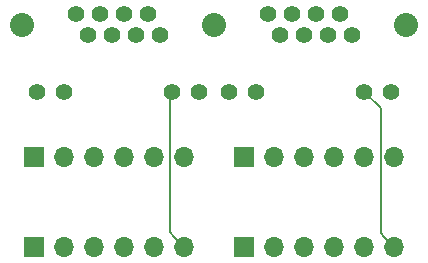
<source format=gbr>
G04 #@! TF.FileFunction,Copper,L2,Bot,Signal*
%FSLAX46Y46*%
G04 Gerber Fmt 4.6, Leading zero omitted, Abs format (unit mm)*
G04 Created by KiCad (PCBNEW 4.0.6) date 12/15/17 17:43:23*
%MOMM*%
%LPD*%
G01*
G04 APERTURE LIST*
%ADD10C,0.101600*%
%ADD11C,1.397000*%
%ADD12C,2.032000*%
%ADD13R,1.700000X1.700000*%
%ADD14O,1.700000X1.700000*%
%ADD15C,0.203200*%
G04 APERTURE END LIST*
D10*
D11*
X127386619Y-94637983D03*
X129672619Y-94637983D03*
X138816619Y-94637983D03*
X141102619Y-94637983D03*
X137800619Y-89811983D03*
X135768619Y-89811983D03*
X133736619Y-89811983D03*
X131704619Y-89811983D03*
X134752619Y-88033983D03*
X132720619Y-88033983D03*
X136784619Y-88033983D03*
X130688619Y-88033983D03*
D12*
X126116619Y-88922983D03*
X142372619Y-88922983D03*
D11*
X143642619Y-94625283D03*
X145928619Y-94625283D03*
X155072619Y-94625283D03*
X157358619Y-94625283D03*
X154056619Y-89799283D03*
X152024619Y-89799283D03*
X149992619Y-89799283D03*
X147960619Y-89799283D03*
X151008619Y-88021283D03*
X148976619Y-88021283D03*
X153040619Y-88021283D03*
X146944619Y-88021283D03*
D12*
X142372619Y-88910283D03*
X158628619Y-88910283D03*
D13*
X144912619Y-107718983D03*
D14*
X147452619Y-107718983D03*
X149992619Y-107718983D03*
X152532619Y-107718983D03*
X155072619Y-107718983D03*
X157612619Y-107718983D03*
D13*
X127132619Y-107718983D03*
D14*
X129672619Y-107718983D03*
X132212619Y-107718983D03*
X134752619Y-107718983D03*
X137292619Y-107718983D03*
X139832619Y-107718983D03*
D13*
X144912619Y-100098983D03*
D14*
X147452619Y-100098983D03*
X149992619Y-100098983D03*
X152532619Y-100098983D03*
X155072619Y-100098983D03*
X157612619Y-100098983D03*
D13*
X127132619Y-100098983D03*
D14*
X129672619Y-100098983D03*
X132212619Y-100098983D03*
X134752619Y-100098983D03*
X137292619Y-100098983D03*
X139832619Y-100098983D03*
D15*
X155072619Y-94625283D02*
X156457818Y-96010482D01*
X156457818Y-96010482D02*
X156457818Y-106564182D01*
X156457818Y-106564182D02*
X156762620Y-106868984D01*
X156762620Y-106868984D02*
X157612619Y-107718983D01*
X138816619Y-94637983D02*
X138599135Y-94855467D01*
X138599135Y-94855467D02*
X138599135Y-106485499D01*
X138599135Y-106485499D02*
X138982620Y-106868984D01*
X138982620Y-106868984D02*
X139832619Y-107718983D01*
M02*

</source>
